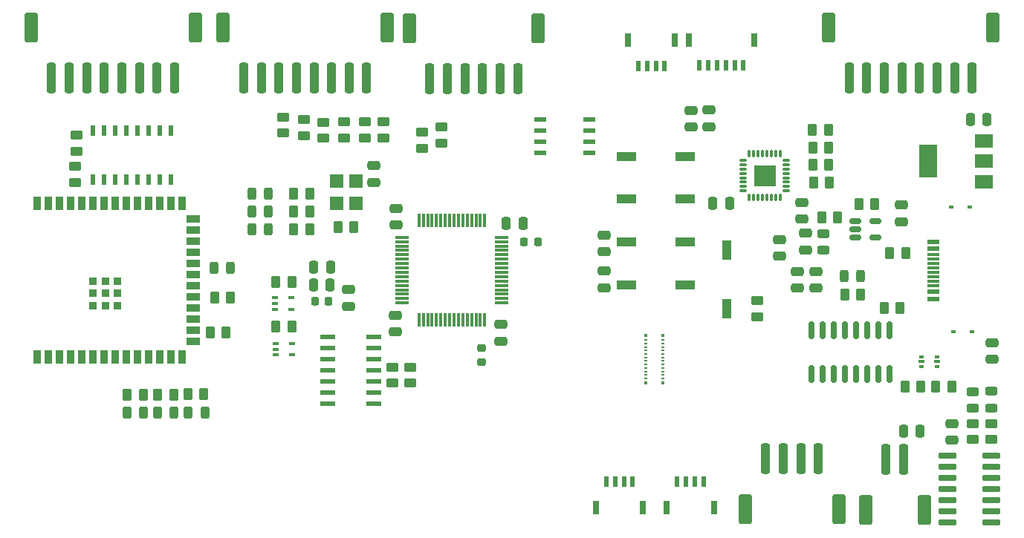
<source format=gbr>
%TF.GenerationSoftware,KiCad,Pcbnew,(6.0.11)*%
%TF.CreationDate,2023-04-06T14:42:31-07:00*%
%TF.ProjectId,EV5 Board Design,45563520-426f-4617-9264-204465736967,rev?*%
%TF.SameCoordinates,Original*%
%TF.FileFunction,Paste,Top*%
%TF.FilePolarity,Positive*%
%FSLAX46Y46*%
G04 Gerber Fmt 4.6, Leading zero omitted, Abs format (unit mm)*
G04 Created by KiCad (PCBNEW (6.0.11)) date 2023-04-06 14:42:31*
%MOMM*%
%LPD*%
G01*
G04 APERTURE LIST*
G04 Aperture macros list*
%AMRoundRect*
0 Rectangle with rounded corners*
0 $1 Rounding radius*
0 $2 $3 $4 $5 $6 $7 $8 $9 X,Y pos of 4 corners*
0 Add a 4 corners polygon primitive as box body*
4,1,4,$2,$3,$4,$5,$6,$7,$8,$9,$2,$3,0*
0 Add four circle primitives for the rounded corners*
1,1,$1+$1,$2,$3*
1,1,$1+$1,$4,$5*
1,1,$1+$1,$6,$7*
1,1,$1+$1,$8,$9*
0 Add four rect primitives between the rounded corners*
20,1,$1+$1,$2,$3,$4,$5,0*
20,1,$1+$1,$4,$5,$6,$7,0*
20,1,$1+$1,$6,$7,$8,$9,0*
20,1,$1+$1,$8,$9,$2,$3,0*%
G04 Aperture macros list end*
%ADD10C,0.010000*%
%ADD11R,0.500000X1.200000*%
%ADD12R,0.800000X1.500000*%
%ADD13RoundRect,0.250000X0.475000X-0.250000X0.475000X0.250000X-0.475000X0.250000X-0.475000X-0.250000X0*%
%ADD14RoundRect,0.250000X-0.450000X0.262500X-0.450000X-0.262500X0.450000X-0.262500X0.450000X0.262500X0*%
%ADD15RoundRect,0.250000X-0.250000X-0.475000X0.250000X-0.475000X0.250000X0.475000X-0.250000X0.475000X0*%
%ADD16R,0.400000X0.200000*%
%ADD17R,0.400000X0.410000*%
%ADD18RoundRect,0.250000X0.262500X0.450000X-0.262500X0.450000X-0.262500X-0.450000X0.262500X-0.450000X0*%
%ADD19RoundRect,0.250000X0.450000X-0.262500X0.450000X0.262500X-0.450000X0.262500X-0.450000X-0.262500X0*%
%ADD20RoundRect,0.250000X-0.262500X-0.450000X0.262500X-0.450000X0.262500X0.450000X-0.262500X0.450000X0*%
%ADD21RoundRect,0.243750X-0.243750X-0.456250X0.243750X-0.456250X0.243750X0.456250X-0.243750X0.456250X0*%
%ADD22RoundRect,0.250000X-0.475000X0.250000X-0.475000X-0.250000X0.475000X-0.250000X0.475000X0.250000X0*%
%ADD23RoundRect,0.243750X0.243750X0.456250X-0.243750X0.456250X-0.243750X-0.456250X0.243750X-0.456250X0*%
%ADD24RoundRect,0.075000X-0.700000X-0.075000X0.700000X-0.075000X0.700000X0.075000X-0.700000X0.075000X0*%
%ADD25RoundRect,0.075000X-0.075000X-0.700000X0.075000X-0.700000X0.075000X0.700000X-0.075000X0.700000X0*%
%ADD26RoundRect,0.243750X-0.456250X0.243750X-0.456250X-0.243750X0.456250X-0.243750X0.456250X0.243750X0*%
%ADD27R,0.500000X0.375000*%
%ADD28R,0.650000X0.300000*%
%ADD29RoundRect,0.218750X0.218750X0.256250X-0.218750X0.256250X-0.218750X-0.256250X0.218750X-0.256250X0*%
%ADD30RoundRect,0.250000X0.250000X1.500000X-0.250000X1.500000X-0.250000X-1.500000X0.250000X-1.500000X0*%
%ADD31RoundRect,0.250001X0.499999X1.449999X-0.499999X1.449999X-0.499999X-1.449999X0.499999X-1.449999X0*%
%ADD32RoundRect,0.150000X-0.512500X-0.150000X0.512500X-0.150000X0.512500X0.150000X-0.512500X0.150000X0*%
%ADD33R,2.160000X1.120000*%
%ADD34RoundRect,0.250000X0.250000X0.475000X-0.250000X0.475000X-0.250000X-0.475000X0.250000X-0.475000X0*%
%ADD35R,1.701800X0.533400*%
%ADD36RoundRect,0.225000X0.225000X0.250000X-0.225000X0.250000X-0.225000X-0.250000X0.225000X-0.250000X0*%
%ADD37R,1.422400X0.533400*%
%ADD38RoundRect,0.007500X0.372500X0.117500X-0.372500X0.117500X-0.372500X-0.117500X0.372500X-0.117500X0*%
%ADD39RoundRect,0.007500X-0.117500X0.372500X-0.117500X-0.372500X0.117500X-0.372500X0.117500X0.372500X0*%
%ADD40RoundRect,0.250000X-0.250000X-1.500000X0.250000X-1.500000X0.250000X1.500000X-0.250000X1.500000X0*%
%ADD41RoundRect,0.250001X-0.499999X-1.449999X0.499999X-1.449999X0.499999X1.449999X-0.499999X1.449999X0*%
%ADD42R,0.650000X0.400000*%
%ADD43R,1.500000X1.600000*%
%ADD44R,1.450000X0.600000*%
%ADD45R,1.450000X0.300000*%
%ADD46R,0.600000X1.200000*%
%ADD47RoundRect,0.225000X0.250000X-0.225000X0.250000X0.225000X-0.250000X0.225000X-0.250000X-0.225000X0*%
%ADD48R,0.600000X0.450000*%
%ADD49R,2.000000X1.500000*%
%ADD50R,2.000000X3.800000*%
%ADD51RoundRect,0.090000X0.895000X0.210000X-0.895000X0.210000X-0.895000X-0.210000X0.895000X-0.210000X0*%
%ADD52RoundRect,0.150000X0.150000X-0.825000X0.150000X0.825000X-0.150000X0.825000X-0.150000X-0.825000X0*%
%ADD53R,0.900000X1.500000*%
%ADD54R,1.500000X0.900000*%
%ADD55R,0.900000X0.900000*%
%ADD56R,1.120000X2.160000*%
G04 APERTURE END LIST*
%TO.C,U14*%
G36*
X185017500Y-76920000D02*
G01*
X182717500Y-76920000D01*
X182717500Y-74620000D01*
X185017500Y-74620000D01*
X185017500Y-76920000D01*
G37*
D10*
X185017500Y-76920000D02*
X182717500Y-76920000D01*
X182717500Y-74620000D01*
X185017500Y-74620000D01*
X185017500Y-76920000D01*
%TD*%
D11*
%TO.C,J7*%
X173900000Y-110700000D03*
X174900000Y-110700000D03*
X175900000Y-110700000D03*
X176900000Y-110700000D03*
D12*
X172700000Y-113650000D03*
X178100000Y-113650000D03*
%TD*%
D13*
%TO.C,C17*%
X175500000Y-70220000D03*
X175500000Y-68320000D03*
%TD*%
D14*
%TO.C,R9*%
X140430000Y-69647500D03*
X140430000Y-71472500D03*
%TD*%
D15*
%TO.C,C15*%
X177970000Y-78960000D03*
X179870000Y-78960000D03*
%TD*%
D16*
%TO.C,U13*%
X172230000Y-98930000D03*
X170350000Y-98930000D03*
X172230000Y-98530000D03*
X170350000Y-98530000D03*
X172230000Y-98127924D03*
X170350000Y-98127924D03*
X172230000Y-97730000D03*
X170350000Y-97730000D03*
X172230000Y-97330000D03*
X170350000Y-97330000D03*
X172230000Y-96930000D03*
X170350000Y-96930000D03*
X172230000Y-96530000D03*
X170350000Y-96530000D03*
X172230000Y-96130000D03*
X170350000Y-96130000D03*
X172230000Y-95730000D03*
X170350000Y-95730000D03*
X172230000Y-95330000D03*
X170350000Y-95330000D03*
X172230000Y-94930000D03*
X170350000Y-94930000D03*
X172230000Y-94530000D03*
X170350000Y-94530000D03*
D17*
X172230000Y-99435000D03*
X172230000Y-94025000D03*
X170350000Y-99435000D03*
X170350000Y-94025000D03*
%TD*%
D18*
%TO.C,R24*%
X132025000Y-79870000D03*
X130200000Y-79870000D03*
%TD*%
D19*
%TO.C,R40*%
X207540000Y-105892500D03*
X207540000Y-104067500D03*
%TD*%
D20*
%TO.C,R37*%
X194577500Y-79000000D03*
X196402500Y-79000000D03*
%TD*%
%TO.C,R38*%
X203367500Y-99830000D03*
X205192500Y-99830000D03*
%TD*%
D11*
%TO.C,J3*%
X165820000Y-110670000D03*
X166820000Y-110670000D03*
X167820000Y-110670000D03*
X168820000Y-110670000D03*
D12*
X164620000Y-113620000D03*
X170020000Y-113620000D03*
%TD*%
D21*
%TO.C,D7*%
X125412500Y-77880000D03*
X127287500Y-77880000D03*
%TD*%
D14*
%TO.C,R33*%
X133560000Y-69667500D03*
X133560000Y-71492500D03*
%TD*%
D13*
%TO.C,C7*%
X188100000Y-80720000D03*
X188100000Y-78820000D03*
%TD*%
D14*
%TO.C,R7*%
X147030000Y-70247500D03*
X147030000Y-72072500D03*
%TD*%
D22*
%TO.C,C13*%
X153840000Y-92770000D03*
X153840000Y-94670000D03*
%TD*%
D23*
%TO.C,D1*%
X194817500Y-87270000D03*
X192942500Y-87270000D03*
%TD*%
D24*
%TO.C,U1*%
X142550000Y-82810000D03*
X142550000Y-83310000D03*
X142550000Y-83810000D03*
X142550000Y-84310000D03*
X142550000Y-84810000D03*
X142550000Y-85310000D03*
X142550000Y-85810000D03*
X142550000Y-86310000D03*
X142550000Y-86810000D03*
X142550000Y-87310000D03*
X142550000Y-87810000D03*
X142550000Y-88310000D03*
X142550000Y-88810000D03*
X142550000Y-89310000D03*
X142550000Y-89810000D03*
X142550000Y-90310000D03*
D25*
X144475000Y-92235000D03*
X144975000Y-92235000D03*
X145475000Y-92235000D03*
X145975000Y-92235000D03*
X146475000Y-92235000D03*
X146975000Y-92235000D03*
X147475000Y-92235000D03*
X147975000Y-92235000D03*
X148475000Y-92235000D03*
X148975000Y-92235000D03*
X149475000Y-92235000D03*
X149975000Y-92235000D03*
X150475000Y-92235000D03*
X150975000Y-92235000D03*
X151475000Y-92235000D03*
X151975000Y-92235000D03*
D24*
X153900000Y-90310000D03*
X153900000Y-89810000D03*
X153900000Y-89310000D03*
X153900000Y-88810000D03*
X153900000Y-88310000D03*
X153900000Y-87810000D03*
X153900000Y-87310000D03*
X153900000Y-86810000D03*
X153900000Y-86310000D03*
X153900000Y-85810000D03*
X153900000Y-85310000D03*
X153900000Y-84810000D03*
X153900000Y-84310000D03*
X153900000Y-83810000D03*
X153900000Y-83310000D03*
X153900000Y-82810000D03*
D25*
X151975000Y-80885000D03*
X151475000Y-80885000D03*
X150975000Y-80885000D03*
X150475000Y-80885000D03*
X149975000Y-80885000D03*
X149475000Y-80885000D03*
X148975000Y-80885000D03*
X148475000Y-80885000D03*
X147975000Y-80885000D03*
X147475000Y-80885000D03*
X146975000Y-80885000D03*
X146475000Y-80885000D03*
X145975000Y-80885000D03*
X145475000Y-80885000D03*
X144975000Y-80885000D03*
X144475000Y-80885000D03*
%TD*%
D19*
%TO.C,R15*%
X141478000Y-99464500D03*
X141478000Y-97639500D03*
%TD*%
D26*
%TO.C,D13*%
X209690000Y-100392500D03*
X209690000Y-102267500D03*
%TD*%
D13*
%TO.C,C10*%
X136460000Y-90680000D03*
X136460000Y-88780000D03*
%TD*%
D27*
%TO.C,U4*%
X201770000Y-96462500D03*
D28*
X201695000Y-97000000D03*
D27*
X201770000Y-97537500D03*
X203470000Y-97537500D03*
D28*
X203545000Y-97000000D03*
D27*
X203470000Y-96462500D03*
%TD*%
D14*
%TO.C,R35*%
X129030000Y-69097500D03*
X129030000Y-70922500D03*
%TD*%
D29*
%TO.C,120R1*%
X134187500Y-90140000D03*
X132612500Y-90140000D03*
%TD*%
D13*
%TO.C,C4*%
X139350000Y-76540000D03*
X139350000Y-74640000D03*
%TD*%
D20*
%TO.C,R20*%
X121197500Y-89710000D03*
X123022500Y-89710000D03*
%TD*%
D30*
%TO.C,J6*%
X116620000Y-64650000D03*
X114620000Y-64650000D03*
X112620000Y-64650000D03*
X110620000Y-64650000D03*
X108620000Y-64650000D03*
X106620000Y-64650000D03*
X104620000Y-64650000D03*
X102620000Y-64650000D03*
D31*
X118970000Y-58900000D03*
X100270000Y-58900000D03*
%TD*%
D15*
%TO.C,C2*%
X207320000Y-69340000D03*
X209220000Y-69340000D03*
%TD*%
D20*
%TO.C,R19*%
X118147500Y-100720000D03*
X119972500Y-100720000D03*
%TD*%
D14*
%TO.C,R8*%
X144820000Y-70847500D03*
X144820000Y-72672500D03*
%TD*%
D19*
%TO.C,R41*%
X143510000Y-99464500D03*
X143510000Y-97639500D03*
%TD*%
D32*
%TO.C,U12*%
X194232500Y-80930000D03*
X194232500Y-81880000D03*
X194232500Y-82830000D03*
X196507500Y-82830000D03*
X196507500Y-80930000D03*
%TD*%
D26*
%TO.C,D12*%
X207530000Y-100410000D03*
X207530000Y-102285000D03*
%TD*%
D33*
%TO.C,SW10*%
X168075000Y-78460000D03*
X174805000Y-78460000D03*
%TD*%
D21*
%TO.C,D4*%
X121132500Y-86310000D03*
X123007500Y-86310000D03*
%TD*%
D13*
%TO.C,C18*%
X177550000Y-70200000D03*
X177550000Y-68300000D03*
%TD*%
D19*
%TO.C,R22*%
X209710000Y-105882500D03*
X209710000Y-104057500D03*
%TD*%
D15*
%TO.C,C12*%
X154440000Y-81240000D03*
X156340000Y-81240000D03*
%TD*%
D13*
%TO.C,C3*%
X189680000Y-88600000D03*
X189680000Y-86700000D03*
%TD*%
D30*
%TO.C,J11*%
X155720000Y-64690000D03*
X153720000Y-64690000D03*
X151720000Y-64690000D03*
X149720000Y-64690000D03*
X147720000Y-64690000D03*
X145720000Y-64690000D03*
D31*
X143370000Y-58940000D03*
X158070000Y-58940000D03*
%TD*%
D30*
%TO.C,J4*%
X207500000Y-64610000D03*
X205500000Y-64610000D03*
X203500000Y-64610000D03*
X201500000Y-64610000D03*
X199500000Y-64610000D03*
X197500000Y-64610000D03*
X195500000Y-64610000D03*
X193500000Y-64610000D03*
D31*
X209850000Y-58860000D03*
X191150000Y-58860000D03*
%TD*%
D34*
%TO.C,C8*%
X134400000Y-86200000D03*
X132500000Y-86200000D03*
%TD*%
D33*
%TO.C,SW6*%
X168105000Y-88270000D03*
X174835000Y-88270000D03*
%TD*%
D13*
%TO.C,C11*%
X141855000Y-81430000D03*
X141855000Y-79530000D03*
%TD*%
D19*
%TO.C,R21*%
X105440000Y-72982500D03*
X105440000Y-71157500D03*
%TD*%
D13*
%TO.C,C6*%
X187590000Y-88620000D03*
X187590000Y-86720000D03*
%TD*%
D11*
%TO.C,J2*%
X181450000Y-63220000D03*
X180450000Y-63220000D03*
X179450000Y-63220000D03*
X178450000Y-63220000D03*
X177450000Y-63220000D03*
X176450000Y-63220000D03*
D12*
X182650000Y-60270000D03*
X175250000Y-60270000D03*
%TD*%
D13*
%TO.C,C24*%
X165608000Y-84450000D03*
X165608000Y-82550000D03*
%TD*%
D11*
%TO.C,J5*%
X172460000Y-63240000D03*
X171460000Y-63240000D03*
X170460000Y-63240000D03*
X169460000Y-63240000D03*
D12*
X173660000Y-60290000D03*
X168260000Y-60290000D03*
%TD*%
D13*
%TO.C,C23*%
X205210000Y-105960000D03*
X205210000Y-104060000D03*
%TD*%
D30*
%TO.C,J10*%
X138520000Y-64610000D03*
X136520000Y-64610000D03*
X134520000Y-64610000D03*
X132520000Y-64610000D03*
X130520000Y-64610000D03*
X128520000Y-64610000D03*
X126520000Y-64610000D03*
X124520000Y-64610000D03*
D31*
X140870000Y-58860000D03*
X122170000Y-58860000D03*
%TD*%
D18*
%TO.C,R32*%
X122502500Y-93670000D03*
X120677500Y-93670000D03*
%TD*%
D19*
%TO.C,R6*%
X105300000Y-76552500D03*
X105300000Y-74727500D03*
%TD*%
D18*
%TO.C,R25*%
X132042500Y-81890000D03*
X130217500Y-81890000D03*
%TD*%
D35*
%TO.C,U8*%
X134119200Y-94220000D03*
X134119200Y-95490000D03*
X134119200Y-96760000D03*
X134119200Y-98030000D03*
X134119200Y-99300000D03*
X134119200Y-100570000D03*
X134119200Y-101840000D03*
X139300800Y-101840000D03*
X139300800Y-100570000D03*
X139300800Y-99300000D03*
X139300800Y-98030000D03*
X139300800Y-96760000D03*
X139300800Y-95490000D03*
X139300800Y-94220000D03*
%TD*%
D20*
%TO.C,R31*%
X189417500Y-76600000D03*
X191242500Y-76600000D03*
%TD*%
D18*
%TO.C,R36*%
X192192500Y-80580000D03*
X190367500Y-80580000D03*
%TD*%
D20*
%TO.C,R12*%
X197467500Y-90840000D03*
X199292500Y-90840000D03*
%TD*%
%TO.C,R18*%
X114707500Y-100760000D03*
X116532500Y-100760000D03*
%TD*%
%TO.C,R29*%
X189337500Y-74560000D03*
X191162500Y-74560000D03*
%TD*%
D36*
%TO.C,C22*%
X158005000Y-83330000D03*
X156455000Y-83330000D03*
%TD*%
D21*
%TO.C,D6*%
X118192500Y-102810000D03*
X120067500Y-102810000D03*
%TD*%
D37*
%TO.C,CR1*%
X163854000Y-73205000D03*
X163854000Y-71935000D03*
X163854000Y-70665000D03*
X163854000Y-69395000D03*
X158266000Y-69395000D03*
X158266000Y-70665000D03*
X158266000Y-71935000D03*
X158266000Y-73205000D03*
%TD*%
D14*
%TO.C,R30*%
X135970000Y-69647500D03*
X135970000Y-71472500D03*
%TD*%
D38*
%TO.C,U14*%
X186342500Y-77520000D03*
X186342500Y-77020000D03*
X186342500Y-76520000D03*
X186342500Y-76020000D03*
X186342500Y-75520000D03*
X186342500Y-75020000D03*
X186342500Y-74520000D03*
X186342500Y-74020000D03*
D39*
X185617500Y-73295000D03*
X185117500Y-73295000D03*
X184617500Y-73295000D03*
X184117500Y-73295000D03*
X183617500Y-73295000D03*
X183117500Y-73295000D03*
X182617500Y-73295000D03*
X182117500Y-73295000D03*
D38*
X181392500Y-74020000D03*
X181392500Y-74520000D03*
X181392500Y-75020000D03*
X181392500Y-75520000D03*
X181392500Y-76020000D03*
X181392500Y-76520000D03*
X181392500Y-77020000D03*
X181392500Y-77520000D03*
D39*
X182117500Y-78245000D03*
X182617500Y-78245000D03*
X183117500Y-78245000D03*
X183617500Y-78245000D03*
X184117500Y-78245000D03*
X184617500Y-78245000D03*
X185117500Y-78245000D03*
X185617500Y-78245000D03*
%TD*%
D26*
%TO.C,D11*%
X190590000Y-82372500D03*
X190590000Y-84247500D03*
%TD*%
D20*
%TO.C,R28*%
X189347500Y-72560000D03*
X191172500Y-72560000D03*
%TD*%
D22*
%TO.C,C16*%
X185590000Y-83090000D03*
X185590000Y-84990000D03*
%TD*%
D40*
%TO.C,J8*%
X183970000Y-108040000D03*
X185970000Y-108040000D03*
X187970000Y-108040000D03*
X189970000Y-108040000D03*
D41*
X192320000Y-113790000D03*
X181620000Y-113790000D03*
%TD*%
D20*
%TO.C,R39*%
X199827500Y-99860000D03*
X201652500Y-99860000D03*
%TD*%
D13*
%TO.C,C1*%
X188520000Y-84260000D03*
X188520000Y-82360000D03*
%TD*%
D14*
%TO.C,R5*%
X183000000Y-90027500D03*
X183000000Y-91852500D03*
%TD*%
D34*
%TO.C,C19*%
X201570000Y-104910000D03*
X199670000Y-104910000D03*
%TD*%
D20*
%TO.C,R1*%
X192997500Y-89330000D03*
X194822500Y-89330000D03*
%TD*%
D22*
%TO.C,C14*%
X141765000Y-91690000D03*
X141765000Y-93590000D03*
%TD*%
D34*
%TO.C,C9*%
X134350000Y-88240000D03*
X132450000Y-88240000D03*
%TD*%
D42*
%TO.C,U3*%
X128120000Y-94930000D03*
X128120000Y-95580000D03*
X128120000Y-96230000D03*
X130020000Y-96230000D03*
X130020000Y-94930000D03*
%TD*%
D13*
%TO.C,C25*%
X165608000Y-88580000D03*
X165608000Y-86680000D03*
%TD*%
D21*
%TO.C,D3*%
X111232500Y-102820000D03*
X113107500Y-102820000D03*
%TD*%
D43*
%TO.C,X1*%
X135130000Y-76410000D03*
X135130000Y-78950000D03*
X137330000Y-78950000D03*
X137330000Y-76410000D03*
%TD*%
D22*
%TO.C,C20*%
X199400000Y-79150000D03*
X199400000Y-81050000D03*
%TD*%
D44*
%TO.C,J9*%
X203045000Y-89820000D03*
X203045000Y-89020000D03*
D45*
X203045000Y-87820000D03*
X203045000Y-86820000D03*
X203045000Y-86320000D03*
X203045000Y-85320000D03*
D44*
X203045000Y-84120000D03*
X203045000Y-83320000D03*
X203045000Y-83320000D03*
X203045000Y-84120000D03*
D45*
X203045000Y-84820000D03*
X203045000Y-85820000D03*
X203045000Y-87320000D03*
X203045000Y-88320000D03*
D44*
X203045000Y-89020000D03*
X203045000Y-89820000D03*
%TD*%
D46*
%TO.C,U16*%
X116255000Y-70610000D03*
X114985000Y-70610000D03*
X113715000Y-70610000D03*
X112445000Y-70610000D03*
X111175000Y-70610000D03*
X109905000Y-70610000D03*
X108635000Y-70610000D03*
X107365000Y-70610000D03*
X107365000Y-76210000D03*
X108635000Y-76210000D03*
X109905000Y-76210000D03*
X111175000Y-76210000D03*
X112445000Y-76210000D03*
X113715000Y-76210000D03*
X114985000Y-76210000D03*
X116255000Y-76210000D03*
%TD*%
D20*
%TO.C,R11*%
X198097500Y-84580000D03*
X199922500Y-84580000D03*
%TD*%
D22*
%TO.C,C5*%
X209730000Y-94830000D03*
X209730000Y-96730000D03*
%TD*%
D18*
%TO.C,R23*%
X132010000Y-77880000D03*
X130185000Y-77880000D03*
%TD*%
D20*
%TO.C,R27*%
X189307500Y-70550000D03*
X191132500Y-70550000D03*
%TD*%
D47*
%TO.C,C21*%
X151620000Y-97025000D03*
X151620000Y-95475000D03*
%TD*%
D48*
%TO.C,D2*%
X207450000Y-93550000D03*
X205350000Y-93550000D03*
%TD*%
D20*
%TO.C,R17*%
X111237500Y-100790000D03*
X113062500Y-100790000D03*
%TD*%
D48*
%TO.C,D10*%
X207250000Y-79340000D03*
X205150000Y-79340000D03*
%TD*%
D20*
%TO.C,R3*%
X128187500Y-92990000D03*
X130012500Y-92990000D03*
%TD*%
D21*
%TO.C,D8*%
X125412500Y-79880000D03*
X127287500Y-79880000D03*
%TD*%
%TO.C,D9*%
X125422500Y-81870000D03*
X127297500Y-81870000D03*
%TD*%
D14*
%TO.C,R10*%
X138280000Y-69627500D03*
X138280000Y-71452500D03*
%TD*%
D42*
%TO.C,U9*%
X128070000Y-89720000D03*
X128070000Y-90370000D03*
X128070000Y-91020000D03*
X129970000Y-91020000D03*
X129970000Y-89720000D03*
%TD*%
D20*
%TO.C,R26*%
X135257500Y-81630000D03*
X137082500Y-81630000D03*
%TD*%
D40*
%TO.C,J1*%
X197690000Y-108170000D03*
X199690000Y-108170000D03*
D41*
X202040000Y-113920000D03*
X195340000Y-113920000D03*
%TD*%
D49*
%TO.C,U2*%
X208830000Y-76450000D03*
X208830000Y-74150000D03*
D50*
X202530000Y-74150000D03*
D49*
X208830000Y-71850000D03*
%TD*%
D51*
%TO.C,U15*%
X209655000Y-115360000D03*
X209655000Y-114090000D03*
X209655000Y-112820000D03*
X209655000Y-111550000D03*
X209655000Y-110280000D03*
X209655000Y-109010000D03*
X209655000Y-107740000D03*
X204705000Y-107740000D03*
X204705000Y-109010000D03*
X204705000Y-110280000D03*
X204705000Y-111550000D03*
X204705000Y-112820000D03*
X204705000Y-114090000D03*
X204705000Y-115360000D03*
%TD*%
D33*
%TO.C,SW3*%
X174845000Y-83370000D03*
X168115000Y-83370000D03*
%TD*%
D20*
%TO.C,R4*%
X128177500Y-87880000D03*
X130002500Y-87880000D03*
%TD*%
D52*
%TO.C,U10*%
X189165000Y-98385000D03*
X190435000Y-98385000D03*
X191705000Y-98385000D03*
X192975000Y-98385000D03*
X194245000Y-98385000D03*
X195515000Y-98385000D03*
X196785000Y-98385000D03*
X198055000Y-98385000D03*
X198055000Y-93435000D03*
X196785000Y-93435000D03*
X195515000Y-93435000D03*
X194245000Y-93435000D03*
X192975000Y-93435000D03*
X191705000Y-93435000D03*
X190435000Y-93435000D03*
X189165000Y-93435000D03*
%TD*%
D33*
%TO.C,SW9*%
X168075000Y-73580000D03*
X174805000Y-73580000D03*
%TD*%
D14*
%TO.C,R34*%
X131410000Y-69387500D03*
X131410000Y-71212500D03*
%TD*%
D53*
%TO.C,U11*%
X101005000Y-78960000D03*
X102275000Y-78960000D03*
X103545000Y-78960000D03*
X104815000Y-78960000D03*
X106085000Y-78960000D03*
X107355000Y-78960000D03*
X108625000Y-78960000D03*
X109895000Y-78960000D03*
X111165000Y-78960000D03*
X112435000Y-78960000D03*
X113705000Y-78960000D03*
X114975000Y-78960000D03*
X116245000Y-78960000D03*
X117515000Y-78960000D03*
D54*
X118765000Y-80725000D03*
X118765000Y-81995000D03*
X118765000Y-83265000D03*
X118765000Y-84535000D03*
X118765000Y-85805000D03*
X118765000Y-87075000D03*
X118765000Y-88345000D03*
X118765000Y-89615000D03*
X118765000Y-90885000D03*
X118765000Y-92155000D03*
X118765000Y-93425000D03*
X118765000Y-94695000D03*
D53*
X117515000Y-96460000D03*
X116245000Y-96460000D03*
X114975000Y-96460000D03*
X113705000Y-96460000D03*
X112435000Y-96460000D03*
X111165000Y-96460000D03*
X109895000Y-96460000D03*
X108625000Y-96460000D03*
X107355000Y-96460000D03*
X106085000Y-96460000D03*
X104815000Y-96460000D03*
X103545000Y-96460000D03*
X102275000Y-96460000D03*
X101005000Y-96460000D03*
D55*
X108725000Y-90610000D03*
X110125000Y-87814394D03*
X110125000Y-90614394D03*
X108725000Y-89210000D03*
X107325000Y-89210000D03*
X107325000Y-90610000D03*
X108725000Y-87810000D03*
X107325000Y-87810000D03*
X110125000Y-89214394D03*
%TD*%
D56*
%TO.C,SW5*%
X179530000Y-84255000D03*
X179530000Y-90985000D03*
%TD*%
D21*
%TO.C,D5*%
X114702500Y-102820000D03*
X116577500Y-102820000D03*
%TD*%
M02*

</source>
